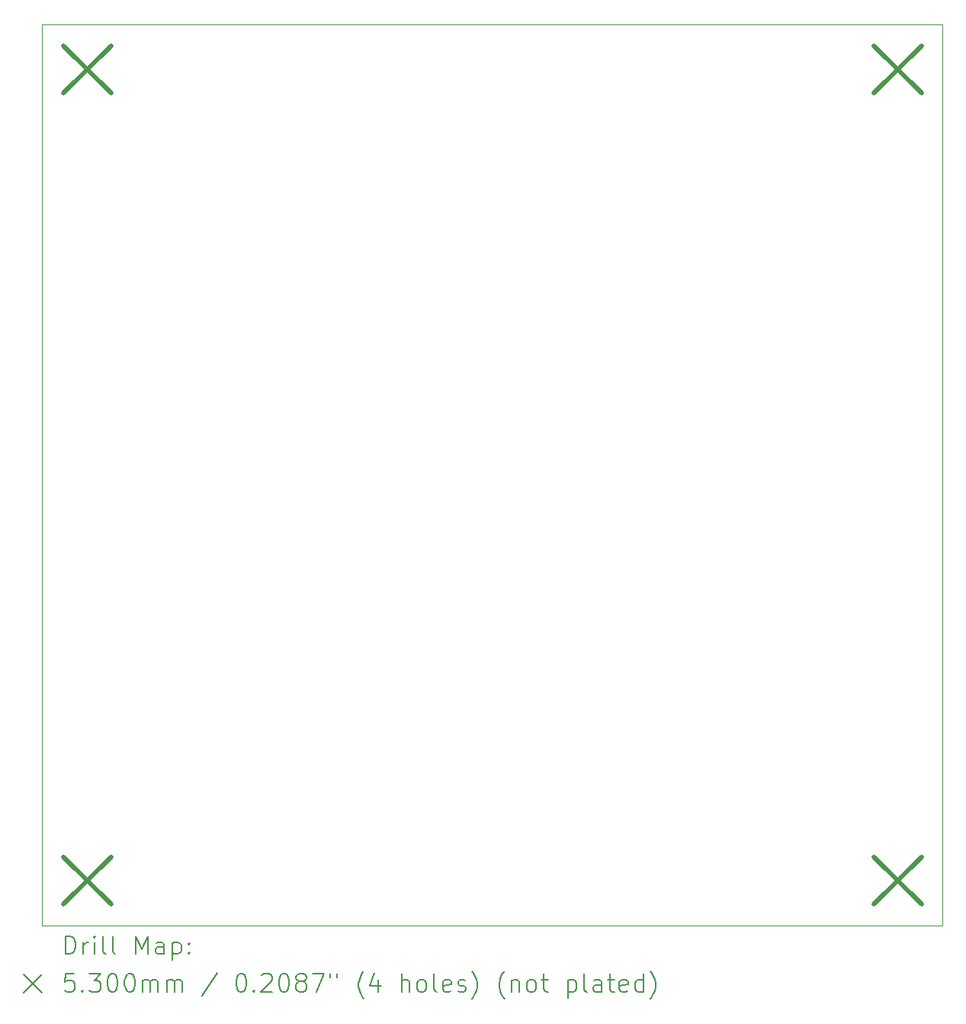
<source format=gbr>
%TF.GenerationSoftware,KiCad,Pcbnew,8.0.4*%
%TF.CreationDate,2024-07-31T10:58:40+02:00*%
%TF.ProjectId,esim,6573696d-2e6b-4696-9361-645f70636258,rev?*%
%TF.SameCoordinates,Original*%
%TF.FileFunction,Drillmap*%
%TF.FilePolarity,Positive*%
%FSLAX45Y45*%
G04 Gerber Fmt 4.5, Leading zero omitted, Abs format (unit mm)*
G04 Created by KiCad (PCBNEW 8.0.4) date 2024-07-31 10:58:40*
%MOMM*%
%LPD*%
G01*
G04 APERTURE LIST*
%ADD10C,0.050000*%
%ADD11C,0.200000*%
%ADD12C,0.530000*%
G04 APERTURE END LIST*
D10*
X1000000Y-1000000D02*
X11000000Y-1000000D01*
X11000000Y-11000000D01*
X1000000Y-11000000D01*
X1000000Y-1000000D01*
D11*
D12*
X1235000Y-1235000D02*
X1765000Y-1765000D01*
X1765000Y-1235000D02*
X1235000Y-1765000D01*
X1235000Y-10235000D02*
X1765000Y-10765000D01*
X1765000Y-10235000D02*
X1235000Y-10765000D01*
X10235000Y-1235000D02*
X10765000Y-1765000D01*
X10765000Y-1235000D02*
X10235000Y-1765000D01*
X10235000Y-10235000D02*
X10765000Y-10765000D01*
X10765000Y-10235000D02*
X10235000Y-10765000D01*
D11*
X1258277Y-11313984D02*
X1258277Y-11113984D01*
X1258277Y-11113984D02*
X1305896Y-11113984D01*
X1305896Y-11113984D02*
X1334467Y-11123508D01*
X1334467Y-11123508D02*
X1353515Y-11142555D01*
X1353515Y-11142555D02*
X1363039Y-11161603D01*
X1363039Y-11161603D02*
X1372563Y-11199698D01*
X1372563Y-11199698D02*
X1372563Y-11228269D01*
X1372563Y-11228269D02*
X1363039Y-11266365D01*
X1363039Y-11266365D02*
X1353515Y-11285412D01*
X1353515Y-11285412D02*
X1334467Y-11304460D01*
X1334467Y-11304460D02*
X1305896Y-11313984D01*
X1305896Y-11313984D02*
X1258277Y-11313984D01*
X1458277Y-11313984D02*
X1458277Y-11180650D01*
X1458277Y-11218746D02*
X1467801Y-11199698D01*
X1467801Y-11199698D02*
X1477324Y-11190174D01*
X1477324Y-11190174D02*
X1496372Y-11180650D01*
X1496372Y-11180650D02*
X1515420Y-11180650D01*
X1582086Y-11313984D02*
X1582086Y-11180650D01*
X1582086Y-11113984D02*
X1572562Y-11123508D01*
X1572562Y-11123508D02*
X1582086Y-11133031D01*
X1582086Y-11133031D02*
X1591610Y-11123508D01*
X1591610Y-11123508D02*
X1582086Y-11113984D01*
X1582086Y-11113984D02*
X1582086Y-11133031D01*
X1705896Y-11313984D02*
X1686848Y-11304460D01*
X1686848Y-11304460D02*
X1677324Y-11285412D01*
X1677324Y-11285412D02*
X1677324Y-11113984D01*
X1810658Y-11313984D02*
X1791610Y-11304460D01*
X1791610Y-11304460D02*
X1782086Y-11285412D01*
X1782086Y-11285412D02*
X1782086Y-11113984D01*
X2039229Y-11313984D02*
X2039229Y-11113984D01*
X2039229Y-11113984D02*
X2105896Y-11256841D01*
X2105896Y-11256841D02*
X2172563Y-11113984D01*
X2172563Y-11113984D02*
X2172563Y-11313984D01*
X2353515Y-11313984D02*
X2353515Y-11209222D01*
X2353515Y-11209222D02*
X2343991Y-11190174D01*
X2343991Y-11190174D02*
X2324944Y-11180650D01*
X2324944Y-11180650D02*
X2286848Y-11180650D01*
X2286848Y-11180650D02*
X2267801Y-11190174D01*
X2353515Y-11304460D02*
X2334467Y-11313984D01*
X2334467Y-11313984D02*
X2286848Y-11313984D01*
X2286848Y-11313984D02*
X2267801Y-11304460D01*
X2267801Y-11304460D02*
X2258277Y-11285412D01*
X2258277Y-11285412D02*
X2258277Y-11266365D01*
X2258277Y-11266365D02*
X2267801Y-11247317D01*
X2267801Y-11247317D02*
X2286848Y-11237793D01*
X2286848Y-11237793D02*
X2334467Y-11237793D01*
X2334467Y-11237793D02*
X2353515Y-11228269D01*
X2448753Y-11180650D02*
X2448753Y-11380650D01*
X2448753Y-11190174D02*
X2467801Y-11180650D01*
X2467801Y-11180650D02*
X2505896Y-11180650D01*
X2505896Y-11180650D02*
X2524944Y-11190174D01*
X2524944Y-11190174D02*
X2534467Y-11199698D01*
X2534467Y-11199698D02*
X2543991Y-11218746D01*
X2543991Y-11218746D02*
X2543991Y-11275888D01*
X2543991Y-11275888D02*
X2534467Y-11294936D01*
X2534467Y-11294936D02*
X2524944Y-11304460D01*
X2524944Y-11304460D02*
X2505896Y-11313984D01*
X2505896Y-11313984D02*
X2467801Y-11313984D01*
X2467801Y-11313984D02*
X2448753Y-11304460D01*
X2629705Y-11294936D02*
X2639229Y-11304460D01*
X2639229Y-11304460D02*
X2629705Y-11313984D01*
X2629705Y-11313984D02*
X2620182Y-11304460D01*
X2620182Y-11304460D02*
X2629705Y-11294936D01*
X2629705Y-11294936D02*
X2629705Y-11313984D01*
X2629705Y-11190174D02*
X2639229Y-11199698D01*
X2639229Y-11199698D02*
X2629705Y-11209222D01*
X2629705Y-11209222D02*
X2620182Y-11199698D01*
X2620182Y-11199698D02*
X2629705Y-11190174D01*
X2629705Y-11190174D02*
X2629705Y-11209222D01*
X797500Y-11542500D02*
X997500Y-11742500D01*
X997500Y-11542500D02*
X797500Y-11742500D01*
X1353515Y-11533984D02*
X1258277Y-11533984D01*
X1258277Y-11533984D02*
X1248753Y-11629222D01*
X1248753Y-11629222D02*
X1258277Y-11619698D01*
X1258277Y-11619698D02*
X1277324Y-11610174D01*
X1277324Y-11610174D02*
X1324944Y-11610174D01*
X1324944Y-11610174D02*
X1343991Y-11619698D01*
X1343991Y-11619698D02*
X1353515Y-11629222D01*
X1353515Y-11629222D02*
X1363039Y-11648269D01*
X1363039Y-11648269D02*
X1363039Y-11695888D01*
X1363039Y-11695888D02*
X1353515Y-11714936D01*
X1353515Y-11714936D02*
X1343991Y-11724460D01*
X1343991Y-11724460D02*
X1324944Y-11733984D01*
X1324944Y-11733984D02*
X1277324Y-11733984D01*
X1277324Y-11733984D02*
X1258277Y-11724460D01*
X1258277Y-11724460D02*
X1248753Y-11714936D01*
X1448753Y-11714936D02*
X1458277Y-11724460D01*
X1458277Y-11724460D02*
X1448753Y-11733984D01*
X1448753Y-11733984D02*
X1439229Y-11724460D01*
X1439229Y-11724460D02*
X1448753Y-11714936D01*
X1448753Y-11714936D02*
X1448753Y-11733984D01*
X1524943Y-11533984D02*
X1648753Y-11533984D01*
X1648753Y-11533984D02*
X1582086Y-11610174D01*
X1582086Y-11610174D02*
X1610658Y-11610174D01*
X1610658Y-11610174D02*
X1629705Y-11619698D01*
X1629705Y-11619698D02*
X1639229Y-11629222D01*
X1639229Y-11629222D02*
X1648753Y-11648269D01*
X1648753Y-11648269D02*
X1648753Y-11695888D01*
X1648753Y-11695888D02*
X1639229Y-11714936D01*
X1639229Y-11714936D02*
X1629705Y-11724460D01*
X1629705Y-11724460D02*
X1610658Y-11733984D01*
X1610658Y-11733984D02*
X1553515Y-11733984D01*
X1553515Y-11733984D02*
X1534467Y-11724460D01*
X1534467Y-11724460D02*
X1524943Y-11714936D01*
X1772562Y-11533984D02*
X1791610Y-11533984D01*
X1791610Y-11533984D02*
X1810658Y-11543508D01*
X1810658Y-11543508D02*
X1820182Y-11553031D01*
X1820182Y-11553031D02*
X1829705Y-11572079D01*
X1829705Y-11572079D02*
X1839229Y-11610174D01*
X1839229Y-11610174D02*
X1839229Y-11657793D01*
X1839229Y-11657793D02*
X1829705Y-11695888D01*
X1829705Y-11695888D02*
X1820182Y-11714936D01*
X1820182Y-11714936D02*
X1810658Y-11724460D01*
X1810658Y-11724460D02*
X1791610Y-11733984D01*
X1791610Y-11733984D02*
X1772562Y-11733984D01*
X1772562Y-11733984D02*
X1753515Y-11724460D01*
X1753515Y-11724460D02*
X1743991Y-11714936D01*
X1743991Y-11714936D02*
X1734467Y-11695888D01*
X1734467Y-11695888D02*
X1724943Y-11657793D01*
X1724943Y-11657793D02*
X1724943Y-11610174D01*
X1724943Y-11610174D02*
X1734467Y-11572079D01*
X1734467Y-11572079D02*
X1743991Y-11553031D01*
X1743991Y-11553031D02*
X1753515Y-11543508D01*
X1753515Y-11543508D02*
X1772562Y-11533984D01*
X1963039Y-11533984D02*
X1982086Y-11533984D01*
X1982086Y-11533984D02*
X2001134Y-11543508D01*
X2001134Y-11543508D02*
X2010658Y-11553031D01*
X2010658Y-11553031D02*
X2020182Y-11572079D01*
X2020182Y-11572079D02*
X2029705Y-11610174D01*
X2029705Y-11610174D02*
X2029705Y-11657793D01*
X2029705Y-11657793D02*
X2020182Y-11695888D01*
X2020182Y-11695888D02*
X2010658Y-11714936D01*
X2010658Y-11714936D02*
X2001134Y-11724460D01*
X2001134Y-11724460D02*
X1982086Y-11733984D01*
X1982086Y-11733984D02*
X1963039Y-11733984D01*
X1963039Y-11733984D02*
X1943991Y-11724460D01*
X1943991Y-11724460D02*
X1934467Y-11714936D01*
X1934467Y-11714936D02*
X1924943Y-11695888D01*
X1924943Y-11695888D02*
X1915420Y-11657793D01*
X1915420Y-11657793D02*
X1915420Y-11610174D01*
X1915420Y-11610174D02*
X1924943Y-11572079D01*
X1924943Y-11572079D02*
X1934467Y-11553031D01*
X1934467Y-11553031D02*
X1943991Y-11543508D01*
X1943991Y-11543508D02*
X1963039Y-11533984D01*
X2115420Y-11733984D02*
X2115420Y-11600650D01*
X2115420Y-11619698D02*
X2124944Y-11610174D01*
X2124944Y-11610174D02*
X2143991Y-11600650D01*
X2143991Y-11600650D02*
X2172563Y-11600650D01*
X2172563Y-11600650D02*
X2191610Y-11610174D01*
X2191610Y-11610174D02*
X2201134Y-11629222D01*
X2201134Y-11629222D02*
X2201134Y-11733984D01*
X2201134Y-11629222D02*
X2210658Y-11610174D01*
X2210658Y-11610174D02*
X2229705Y-11600650D01*
X2229705Y-11600650D02*
X2258277Y-11600650D01*
X2258277Y-11600650D02*
X2277325Y-11610174D01*
X2277325Y-11610174D02*
X2286848Y-11629222D01*
X2286848Y-11629222D02*
X2286848Y-11733984D01*
X2382086Y-11733984D02*
X2382086Y-11600650D01*
X2382086Y-11619698D02*
X2391610Y-11610174D01*
X2391610Y-11610174D02*
X2410658Y-11600650D01*
X2410658Y-11600650D02*
X2439229Y-11600650D01*
X2439229Y-11600650D02*
X2458277Y-11610174D01*
X2458277Y-11610174D02*
X2467801Y-11629222D01*
X2467801Y-11629222D02*
X2467801Y-11733984D01*
X2467801Y-11629222D02*
X2477325Y-11610174D01*
X2477325Y-11610174D02*
X2496372Y-11600650D01*
X2496372Y-11600650D02*
X2524944Y-11600650D01*
X2524944Y-11600650D02*
X2543991Y-11610174D01*
X2543991Y-11610174D02*
X2553515Y-11629222D01*
X2553515Y-11629222D02*
X2553515Y-11733984D01*
X2943991Y-11524460D02*
X2772563Y-11781603D01*
X3201134Y-11533984D02*
X3220182Y-11533984D01*
X3220182Y-11533984D02*
X3239229Y-11543508D01*
X3239229Y-11543508D02*
X3248753Y-11553031D01*
X3248753Y-11553031D02*
X3258277Y-11572079D01*
X3258277Y-11572079D02*
X3267801Y-11610174D01*
X3267801Y-11610174D02*
X3267801Y-11657793D01*
X3267801Y-11657793D02*
X3258277Y-11695888D01*
X3258277Y-11695888D02*
X3248753Y-11714936D01*
X3248753Y-11714936D02*
X3239229Y-11724460D01*
X3239229Y-11724460D02*
X3220182Y-11733984D01*
X3220182Y-11733984D02*
X3201134Y-11733984D01*
X3201134Y-11733984D02*
X3182086Y-11724460D01*
X3182086Y-11724460D02*
X3172563Y-11714936D01*
X3172563Y-11714936D02*
X3163039Y-11695888D01*
X3163039Y-11695888D02*
X3153515Y-11657793D01*
X3153515Y-11657793D02*
X3153515Y-11610174D01*
X3153515Y-11610174D02*
X3163039Y-11572079D01*
X3163039Y-11572079D02*
X3172563Y-11553031D01*
X3172563Y-11553031D02*
X3182086Y-11543508D01*
X3182086Y-11543508D02*
X3201134Y-11533984D01*
X3353515Y-11714936D02*
X3363039Y-11724460D01*
X3363039Y-11724460D02*
X3353515Y-11733984D01*
X3353515Y-11733984D02*
X3343991Y-11724460D01*
X3343991Y-11724460D02*
X3353515Y-11714936D01*
X3353515Y-11714936D02*
X3353515Y-11733984D01*
X3439229Y-11553031D02*
X3448753Y-11543508D01*
X3448753Y-11543508D02*
X3467801Y-11533984D01*
X3467801Y-11533984D02*
X3515420Y-11533984D01*
X3515420Y-11533984D02*
X3534467Y-11543508D01*
X3534467Y-11543508D02*
X3543991Y-11553031D01*
X3543991Y-11553031D02*
X3553515Y-11572079D01*
X3553515Y-11572079D02*
X3553515Y-11591127D01*
X3553515Y-11591127D02*
X3543991Y-11619698D01*
X3543991Y-11619698D02*
X3429706Y-11733984D01*
X3429706Y-11733984D02*
X3553515Y-11733984D01*
X3677325Y-11533984D02*
X3696372Y-11533984D01*
X3696372Y-11533984D02*
X3715420Y-11543508D01*
X3715420Y-11543508D02*
X3724944Y-11553031D01*
X3724944Y-11553031D02*
X3734467Y-11572079D01*
X3734467Y-11572079D02*
X3743991Y-11610174D01*
X3743991Y-11610174D02*
X3743991Y-11657793D01*
X3743991Y-11657793D02*
X3734467Y-11695888D01*
X3734467Y-11695888D02*
X3724944Y-11714936D01*
X3724944Y-11714936D02*
X3715420Y-11724460D01*
X3715420Y-11724460D02*
X3696372Y-11733984D01*
X3696372Y-11733984D02*
X3677325Y-11733984D01*
X3677325Y-11733984D02*
X3658277Y-11724460D01*
X3658277Y-11724460D02*
X3648753Y-11714936D01*
X3648753Y-11714936D02*
X3639229Y-11695888D01*
X3639229Y-11695888D02*
X3629706Y-11657793D01*
X3629706Y-11657793D02*
X3629706Y-11610174D01*
X3629706Y-11610174D02*
X3639229Y-11572079D01*
X3639229Y-11572079D02*
X3648753Y-11553031D01*
X3648753Y-11553031D02*
X3658277Y-11543508D01*
X3658277Y-11543508D02*
X3677325Y-11533984D01*
X3858277Y-11619698D02*
X3839229Y-11610174D01*
X3839229Y-11610174D02*
X3829706Y-11600650D01*
X3829706Y-11600650D02*
X3820182Y-11581603D01*
X3820182Y-11581603D02*
X3820182Y-11572079D01*
X3820182Y-11572079D02*
X3829706Y-11553031D01*
X3829706Y-11553031D02*
X3839229Y-11543508D01*
X3839229Y-11543508D02*
X3858277Y-11533984D01*
X3858277Y-11533984D02*
X3896372Y-11533984D01*
X3896372Y-11533984D02*
X3915420Y-11543508D01*
X3915420Y-11543508D02*
X3924944Y-11553031D01*
X3924944Y-11553031D02*
X3934467Y-11572079D01*
X3934467Y-11572079D02*
X3934467Y-11581603D01*
X3934467Y-11581603D02*
X3924944Y-11600650D01*
X3924944Y-11600650D02*
X3915420Y-11610174D01*
X3915420Y-11610174D02*
X3896372Y-11619698D01*
X3896372Y-11619698D02*
X3858277Y-11619698D01*
X3858277Y-11619698D02*
X3839229Y-11629222D01*
X3839229Y-11629222D02*
X3829706Y-11638746D01*
X3829706Y-11638746D02*
X3820182Y-11657793D01*
X3820182Y-11657793D02*
X3820182Y-11695888D01*
X3820182Y-11695888D02*
X3829706Y-11714936D01*
X3829706Y-11714936D02*
X3839229Y-11724460D01*
X3839229Y-11724460D02*
X3858277Y-11733984D01*
X3858277Y-11733984D02*
X3896372Y-11733984D01*
X3896372Y-11733984D02*
X3915420Y-11724460D01*
X3915420Y-11724460D02*
X3924944Y-11714936D01*
X3924944Y-11714936D02*
X3934467Y-11695888D01*
X3934467Y-11695888D02*
X3934467Y-11657793D01*
X3934467Y-11657793D02*
X3924944Y-11638746D01*
X3924944Y-11638746D02*
X3915420Y-11629222D01*
X3915420Y-11629222D02*
X3896372Y-11619698D01*
X4001134Y-11533984D02*
X4134467Y-11533984D01*
X4134467Y-11533984D02*
X4048753Y-11733984D01*
X4201134Y-11533984D02*
X4201134Y-11572079D01*
X4277325Y-11533984D02*
X4277325Y-11572079D01*
X4572563Y-11810174D02*
X4563039Y-11800650D01*
X4563039Y-11800650D02*
X4543991Y-11772079D01*
X4543991Y-11772079D02*
X4534468Y-11753031D01*
X4534468Y-11753031D02*
X4524944Y-11724460D01*
X4524944Y-11724460D02*
X4515420Y-11676841D01*
X4515420Y-11676841D02*
X4515420Y-11638746D01*
X4515420Y-11638746D02*
X4524944Y-11591127D01*
X4524944Y-11591127D02*
X4534468Y-11562555D01*
X4534468Y-11562555D02*
X4543991Y-11543508D01*
X4543991Y-11543508D02*
X4563039Y-11514936D01*
X4563039Y-11514936D02*
X4572563Y-11505412D01*
X4734468Y-11600650D02*
X4734468Y-11733984D01*
X4686849Y-11524460D02*
X4639230Y-11667317D01*
X4639230Y-11667317D02*
X4763039Y-11667317D01*
X4991611Y-11733984D02*
X4991611Y-11533984D01*
X5077325Y-11733984D02*
X5077325Y-11629222D01*
X5077325Y-11629222D02*
X5067801Y-11610174D01*
X5067801Y-11610174D02*
X5048753Y-11600650D01*
X5048753Y-11600650D02*
X5020182Y-11600650D01*
X5020182Y-11600650D02*
X5001134Y-11610174D01*
X5001134Y-11610174D02*
X4991611Y-11619698D01*
X5201134Y-11733984D02*
X5182087Y-11724460D01*
X5182087Y-11724460D02*
X5172563Y-11714936D01*
X5172563Y-11714936D02*
X5163039Y-11695888D01*
X5163039Y-11695888D02*
X5163039Y-11638746D01*
X5163039Y-11638746D02*
X5172563Y-11619698D01*
X5172563Y-11619698D02*
X5182087Y-11610174D01*
X5182087Y-11610174D02*
X5201134Y-11600650D01*
X5201134Y-11600650D02*
X5229706Y-11600650D01*
X5229706Y-11600650D02*
X5248753Y-11610174D01*
X5248753Y-11610174D02*
X5258277Y-11619698D01*
X5258277Y-11619698D02*
X5267801Y-11638746D01*
X5267801Y-11638746D02*
X5267801Y-11695888D01*
X5267801Y-11695888D02*
X5258277Y-11714936D01*
X5258277Y-11714936D02*
X5248753Y-11724460D01*
X5248753Y-11724460D02*
X5229706Y-11733984D01*
X5229706Y-11733984D02*
X5201134Y-11733984D01*
X5382087Y-11733984D02*
X5363039Y-11724460D01*
X5363039Y-11724460D02*
X5353515Y-11705412D01*
X5353515Y-11705412D02*
X5353515Y-11533984D01*
X5534468Y-11724460D02*
X5515420Y-11733984D01*
X5515420Y-11733984D02*
X5477325Y-11733984D01*
X5477325Y-11733984D02*
X5458277Y-11724460D01*
X5458277Y-11724460D02*
X5448753Y-11705412D01*
X5448753Y-11705412D02*
X5448753Y-11629222D01*
X5448753Y-11629222D02*
X5458277Y-11610174D01*
X5458277Y-11610174D02*
X5477325Y-11600650D01*
X5477325Y-11600650D02*
X5515420Y-11600650D01*
X5515420Y-11600650D02*
X5534468Y-11610174D01*
X5534468Y-11610174D02*
X5543992Y-11629222D01*
X5543992Y-11629222D02*
X5543992Y-11648269D01*
X5543992Y-11648269D02*
X5448753Y-11667317D01*
X5620182Y-11724460D02*
X5639230Y-11733984D01*
X5639230Y-11733984D02*
X5677325Y-11733984D01*
X5677325Y-11733984D02*
X5696372Y-11724460D01*
X5696372Y-11724460D02*
X5705896Y-11705412D01*
X5705896Y-11705412D02*
X5705896Y-11695888D01*
X5705896Y-11695888D02*
X5696372Y-11676841D01*
X5696372Y-11676841D02*
X5677325Y-11667317D01*
X5677325Y-11667317D02*
X5648753Y-11667317D01*
X5648753Y-11667317D02*
X5629706Y-11657793D01*
X5629706Y-11657793D02*
X5620182Y-11638746D01*
X5620182Y-11638746D02*
X5620182Y-11629222D01*
X5620182Y-11629222D02*
X5629706Y-11610174D01*
X5629706Y-11610174D02*
X5648753Y-11600650D01*
X5648753Y-11600650D02*
X5677325Y-11600650D01*
X5677325Y-11600650D02*
X5696372Y-11610174D01*
X5772563Y-11810174D02*
X5782087Y-11800650D01*
X5782087Y-11800650D02*
X5801134Y-11772079D01*
X5801134Y-11772079D02*
X5810658Y-11753031D01*
X5810658Y-11753031D02*
X5820182Y-11724460D01*
X5820182Y-11724460D02*
X5829706Y-11676841D01*
X5829706Y-11676841D02*
X5829706Y-11638746D01*
X5829706Y-11638746D02*
X5820182Y-11591127D01*
X5820182Y-11591127D02*
X5810658Y-11562555D01*
X5810658Y-11562555D02*
X5801134Y-11543508D01*
X5801134Y-11543508D02*
X5782087Y-11514936D01*
X5782087Y-11514936D02*
X5772563Y-11505412D01*
X6134468Y-11810174D02*
X6124944Y-11800650D01*
X6124944Y-11800650D02*
X6105896Y-11772079D01*
X6105896Y-11772079D02*
X6096372Y-11753031D01*
X6096372Y-11753031D02*
X6086849Y-11724460D01*
X6086849Y-11724460D02*
X6077325Y-11676841D01*
X6077325Y-11676841D02*
X6077325Y-11638746D01*
X6077325Y-11638746D02*
X6086849Y-11591127D01*
X6086849Y-11591127D02*
X6096372Y-11562555D01*
X6096372Y-11562555D02*
X6105896Y-11543508D01*
X6105896Y-11543508D02*
X6124944Y-11514936D01*
X6124944Y-11514936D02*
X6134468Y-11505412D01*
X6210658Y-11600650D02*
X6210658Y-11733984D01*
X6210658Y-11619698D02*
X6220182Y-11610174D01*
X6220182Y-11610174D02*
X6239230Y-11600650D01*
X6239230Y-11600650D02*
X6267801Y-11600650D01*
X6267801Y-11600650D02*
X6286849Y-11610174D01*
X6286849Y-11610174D02*
X6296372Y-11629222D01*
X6296372Y-11629222D02*
X6296372Y-11733984D01*
X6420182Y-11733984D02*
X6401134Y-11724460D01*
X6401134Y-11724460D02*
X6391611Y-11714936D01*
X6391611Y-11714936D02*
X6382087Y-11695888D01*
X6382087Y-11695888D02*
X6382087Y-11638746D01*
X6382087Y-11638746D02*
X6391611Y-11619698D01*
X6391611Y-11619698D02*
X6401134Y-11610174D01*
X6401134Y-11610174D02*
X6420182Y-11600650D01*
X6420182Y-11600650D02*
X6448753Y-11600650D01*
X6448753Y-11600650D02*
X6467801Y-11610174D01*
X6467801Y-11610174D02*
X6477325Y-11619698D01*
X6477325Y-11619698D02*
X6486849Y-11638746D01*
X6486849Y-11638746D02*
X6486849Y-11695888D01*
X6486849Y-11695888D02*
X6477325Y-11714936D01*
X6477325Y-11714936D02*
X6467801Y-11724460D01*
X6467801Y-11724460D02*
X6448753Y-11733984D01*
X6448753Y-11733984D02*
X6420182Y-11733984D01*
X6543992Y-11600650D02*
X6620182Y-11600650D01*
X6572563Y-11533984D02*
X6572563Y-11705412D01*
X6572563Y-11705412D02*
X6582087Y-11724460D01*
X6582087Y-11724460D02*
X6601134Y-11733984D01*
X6601134Y-11733984D02*
X6620182Y-11733984D01*
X6839230Y-11600650D02*
X6839230Y-11800650D01*
X6839230Y-11610174D02*
X6858277Y-11600650D01*
X6858277Y-11600650D02*
X6896373Y-11600650D01*
X6896373Y-11600650D02*
X6915420Y-11610174D01*
X6915420Y-11610174D02*
X6924944Y-11619698D01*
X6924944Y-11619698D02*
X6934468Y-11638746D01*
X6934468Y-11638746D02*
X6934468Y-11695888D01*
X6934468Y-11695888D02*
X6924944Y-11714936D01*
X6924944Y-11714936D02*
X6915420Y-11724460D01*
X6915420Y-11724460D02*
X6896373Y-11733984D01*
X6896373Y-11733984D02*
X6858277Y-11733984D01*
X6858277Y-11733984D02*
X6839230Y-11724460D01*
X7048753Y-11733984D02*
X7029706Y-11724460D01*
X7029706Y-11724460D02*
X7020182Y-11705412D01*
X7020182Y-11705412D02*
X7020182Y-11533984D01*
X7210658Y-11733984D02*
X7210658Y-11629222D01*
X7210658Y-11629222D02*
X7201134Y-11610174D01*
X7201134Y-11610174D02*
X7182087Y-11600650D01*
X7182087Y-11600650D02*
X7143992Y-11600650D01*
X7143992Y-11600650D02*
X7124944Y-11610174D01*
X7210658Y-11724460D02*
X7191611Y-11733984D01*
X7191611Y-11733984D02*
X7143992Y-11733984D01*
X7143992Y-11733984D02*
X7124944Y-11724460D01*
X7124944Y-11724460D02*
X7115420Y-11705412D01*
X7115420Y-11705412D02*
X7115420Y-11686365D01*
X7115420Y-11686365D02*
X7124944Y-11667317D01*
X7124944Y-11667317D02*
X7143992Y-11657793D01*
X7143992Y-11657793D02*
X7191611Y-11657793D01*
X7191611Y-11657793D02*
X7210658Y-11648269D01*
X7277325Y-11600650D02*
X7353515Y-11600650D01*
X7305896Y-11533984D02*
X7305896Y-11705412D01*
X7305896Y-11705412D02*
X7315420Y-11724460D01*
X7315420Y-11724460D02*
X7334468Y-11733984D01*
X7334468Y-11733984D02*
X7353515Y-11733984D01*
X7496373Y-11724460D02*
X7477325Y-11733984D01*
X7477325Y-11733984D02*
X7439230Y-11733984D01*
X7439230Y-11733984D02*
X7420182Y-11724460D01*
X7420182Y-11724460D02*
X7410658Y-11705412D01*
X7410658Y-11705412D02*
X7410658Y-11629222D01*
X7410658Y-11629222D02*
X7420182Y-11610174D01*
X7420182Y-11610174D02*
X7439230Y-11600650D01*
X7439230Y-11600650D02*
X7477325Y-11600650D01*
X7477325Y-11600650D02*
X7496373Y-11610174D01*
X7496373Y-11610174D02*
X7505896Y-11629222D01*
X7505896Y-11629222D02*
X7505896Y-11648269D01*
X7505896Y-11648269D02*
X7410658Y-11667317D01*
X7677325Y-11733984D02*
X7677325Y-11533984D01*
X7677325Y-11724460D02*
X7658277Y-11733984D01*
X7658277Y-11733984D02*
X7620182Y-11733984D01*
X7620182Y-11733984D02*
X7601134Y-11724460D01*
X7601134Y-11724460D02*
X7591611Y-11714936D01*
X7591611Y-11714936D02*
X7582087Y-11695888D01*
X7582087Y-11695888D02*
X7582087Y-11638746D01*
X7582087Y-11638746D02*
X7591611Y-11619698D01*
X7591611Y-11619698D02*
X7601134Y-11610174D01*
X7601134Y-11610174D02*
X7620182Y-11600650D01*
X7620182Y-11600650D02*
X7658277Y-11600650D01*
X7658277Y-11600650D02*
X7677325Y-11610174D01*
X7753515Y-11810174D02*
X7763039Y-11800650D01*
X7763039Y-11800650D02*
X7782087Y-11772079D01*
X7782087Y-11772079D02*
X7791611Y-11753031D01*
X7791611Y-11753031D02*
X7801134Y-11724460D01*
X7801134Y-11724460D02*
X7810658Y-11676841D01*
X7810658Y-11676841D02*
X7810658Y-11638746D01*
X7810658Y-11638746D02*
X7801134Y-11591127D01*
X7801134Y-11591127D02*
X7791611Y-11562555D01*
X7791611Y-11562555D02*
X7782087Y-11543508D01*
X7782087Y-11543508D02*
X7763039Y-11514936D01*
X7763039Y-11514936D02*
X7753515Y-11505412D01*
M02*

</source>
